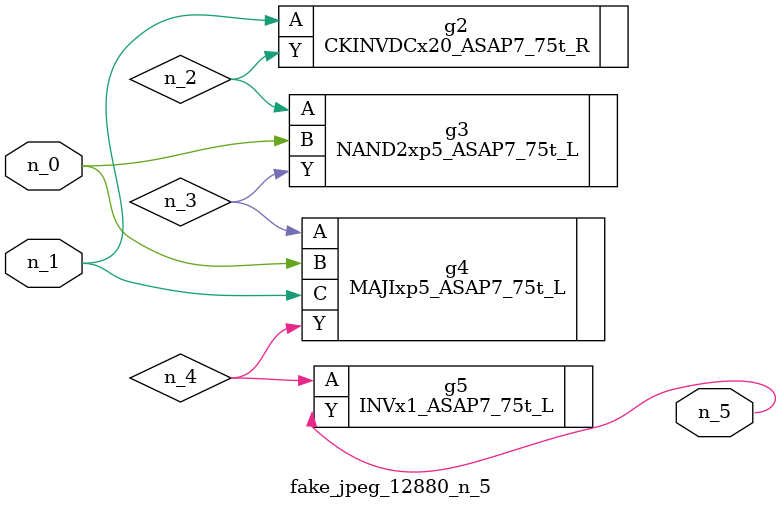
<source format=v>
module fake_jpeg_12880_n_5 (n_0, n_1, n_5);

input n_0;
input n_1;

output n_5;

wire n_2;
wire n_3;
wire n_4;

CKINVDCx20_ASAP7_75t_R g2 ( 
.A(n_1),
.Y(n_2)
);

NAND2xp5_ASAP7_75t_L g3 ( 
.A(n_2),
.B(n_0),
.Y(n_3)
);

MAJIxp5_ASAP7_75t_L g4 ( 
.A(n_3),
.B(n_0),
.C(n_1),
.Y(n_4)
);

INVx1_ASAP7_75t_L g5 ( 
.A(n_4),
.Y(n_5)
);


endmodule
</source>
